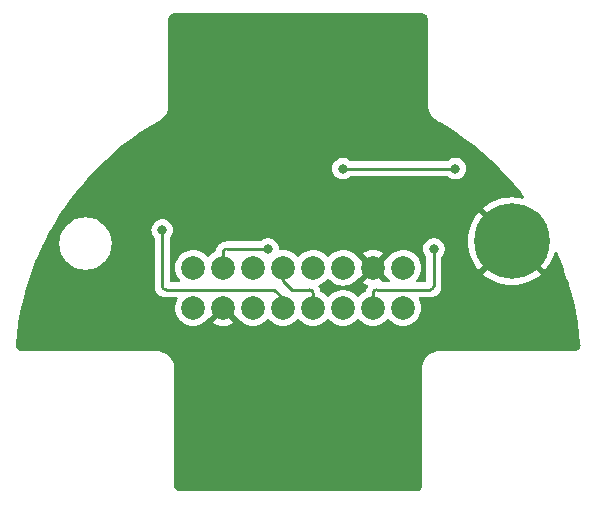
<source format=gbr>
%TF.GenerationSoftware,KiCad,Pcbnew,(6.0.9-0)*%
%TF.CreationDate,2023-01-01T03:06:46-08:00*%
%TF.ProjectId,trackball,74726163-6b62-4616-9c6c-2e6b69636164,v01*%
%TF.SameCoordinates,Original*%
%TF.FileFunction,Copper,L2,Bot*%
%TF.FilePolarity,Positive*%
%FSLAX46Y46*%
G04 Gerber Fmt 4.6, Leading zero omitted, Abs format (unit mm)*
G04 Created by KiCad (PCBNEW (6.0.9-0)) date 2023-01-01 03:06:46*
%MOMM*%
%LPD*%
G01*
G04 APERTURE LIST*
%TA.AperFunction,ComponentPad*%
%ADD10C,6.400000*%
%TD*%
%TA.AperFunction,ComponentPad*%
%ADD11C,2.000000*%
%TD*%
%TA.AperFunction,ViaPad*%
%ADD12C,0.800000*%
%TD*%
%TA.AperFunction,Conductor*%
%ADD13C,0.250000*%
%TD*%
G04 APERTURE END LIST*
D10*
%TO.P,H1,1,1*%
%TO.N,Net-(Q1-Pad2)*%
X162600000Y-141750000D03*
%TD*%
D11*
%TO.P,U2,1,RS*%
%TO.N,unconnected-(U2-Pad1)*%
X153390000Y-144000000D03*
%TO.P,U2,2,GD*%
%TO.N,Net-(Q1-Pad2)*%
X150850000Y-144000000D03*
%TO.P,U2,3,MT*%
%TO.N,unconnected-(U2-Pad3)*%
X148310000Y-144000000D03*
%TO.P,U2,4,SS*%
%TO.N,Net-(U1-Pad14)*%
X145770000Y-144000000D03*
%TO.P,U2,5,SC*%
%TO.N,Net-(U1-Pad13)*%
X143230000Y-144000000D03*
%TO.P,U2,6,MO*%
%TO.N,Net-(U1-Pad11)*%
X140690000Y-144000000D03*
%TO.P,U2,7,MI*%
%TO.N,Net-(U1-Pad12)*%
X138150000Y-144000000D03*
%TO.P,U2,8,VI*%
%TO.N,Net-(J1-Pad1)*%
X135610000Y-144000000D03*
%TD*%
%TO.P,U3,1,RS*%
%TO.N,unconnected-(U3-Pad1)*%
X135610000Y-147400000D03*
%TO.P,U3,2,GD*%
%TO.N,Net-(Q1-Pad2)*%
X138150000Y-147400000D03*
%TO.P,U3,3,MT*%
%TO.N,unconnected-(U3-Pad3)*%
X140690000Y-147400000D03*
%TO.P,U3,4,SS*%
%TO.N,Net-(U1-Pad7)*%
X143230000Y-147400000D03*
%TO.P,U3,5,SC*%
%TO.N,Net-(U1-Pad13)*%
X145770000Y-147400000D03*
%TO.P,U3,6,MO*%
%TO.N,Net-(U1-Pad11)*%
X148310000Y-147400000D03*
%TO.P,U3,7,MI*%
%TO.N,Net-(U1-Pad12)*%
X150850000Y-147400000D03*
%TO.P,U3,8,VI*%
%TO.N,Net-(J1-Pad1)*%
X153390000Y-147400000D03*
%TD*%
D12*
%TO.N,Net-(U1-Pad12)*%
X141950000Y-142400000D03*
X156000000Y-142400000D03*
%TO.N,Net-(U1-Pad7)*%
X133000000Y-140800000D03*
%TO.N,Net-(J3-Pad1)*%
X157800000Y-135600000D03*
X148300000Y-135600000D03*
%TD*%
D13*
%TO.N,Net-(U1-Pad13)*%
X145500000Y-145850000D02*
X143950000Y-145850000D01*
X143230000Y-145130000D02*
X143230000Y-144000000D01*
X143950000Y-145850000D02*
X143230000Y-145130000D01*
X145750000Y-146100000D02*
G75*
G03*
X145500000Y-145850000I-250000J0D01*
G01*
X145750000Y-146100000D02*
X145750000Y-147380000D01*
X145770000Y-147400000D02*
G75*
G02*
X145750000Y-147380000I0J20000D01*
G01*
%TO.N,Net-(U1-Pad12)*%
X150850000Y-146150000D02*
G75*
G02*
X151150000Y-145850000I300000J0D01*
G01*
X155700000Y-145850000D02*
X151150000Y-145850000D01*
X156000000Y-142400000D02*
X156000000Y-145550000D01*
X155700000Y-145850000D02*
G75*
G03*
X156000000Y-145550000I0J300000D01*
G01*
X150850000Y-146150000D02*
X150850000Y-147400000D01*
%TO.N,Net-(U1-Pad7)*%
X133300000Y-145850000D02*
G75*
G02*
X133000000Y-145550000I0J300000D01*
G01*
X133300000Y-145850000D02*
X142500000Y-145850000D01*
X142500000Y-145850000D02*
X143230000Y-146580000D01*
X133000000Y-140800000D02*
X133000000Y-145550000D01*
X143230000Y-146580000D02*
X143230000Y-147400000D01*
%TO.N,Net-(J3-Pad1)*%
X148300000Y-135600000D02*
X157800000Y-135600000D01*
%TO.N,Net-(U1-Pad12)*%
X138150000Y-142700000D02*
G75*
G02*
X138450000Y-142400000I300000J0D01*
G01*
X138150000Y-142700000D02*
X138150000Y-144000000D01*
X141950000Y-142400000D02*
X138450000Y-142400000D01*
%TD*%
%TA.AperFunction,Conductor*%
%TO.N,Net-(Q1-Pad2)*%
G36*
X154970018Y-122460000D02*
G01*
X154984852Y-122462310D01*
X154984855Y-122462310D01*
X154993724Y-122463691D01*
X155002626Y-122462527D01*
X155002750Y-122462511D01*
X155033192Y-122462240D01*
X155046070Y-122463691D01*
X155095264Y-122469234D01*
X155122771Y-122475513D01*
X155199853Y-122502485D01*
X155225274Y-122514727D01*
X155294426Y-122558178D01*
X155316485Y-122575770D01*
X155374230Y-122633515D01*
X155391822Y-122655574D01*
X155435273Y-122724726D01*
X155447515Y-122750147D01*
X155474487Y-122827228D01*
X155480766Y-122854734D01*
X155487019Y-122910227D01*
X155485980Y-122925853D01*
X155487801Y-122925875D01*
X155487691Y-122934854D01*
X155486310Y-122943724D01*
X155487474Y-122952626D01*
X155487474Y-122952628D01*
X155490437Y-122975283D01*
X155491501Y-122991621D01*
X155491501Y-130170639D01*
X155489754Y-130191546D01*
X155486425Y-130211331D01*
X155486272Y-130223883D01*
X155486962Y-130228698D01*
X155486962Y-130228705D01*
X155487819Y-130234688D01*
X155488732Y-130243036D01*
X155502577Y-130425832D01*
X155504540Y-130451755D01*
X155505611Y-130456394D01*
X155550303Y-130650052D01*
X155555928Y-130674427D01*
X155640272Y-130886816D01*
X155755647Y-131084077D01*
X155899421Y-131261707D01*
X155902947Y-131264921D01*
X155902948Y-131264922D01*
X156064785Y-131412439D01*
X156064792Y-131412444D01*
X156068312Y-131415653D01*
X156227003Y-131521430D01*
X156236241Y-131528215D01*
X156243325Y-131533932D01*
X156243328Y-131533934D01*
X156247110Y-131536986D01*
X156252309Y-131539994D01*
X156252525Y-131540164D01*
X156252781Y-131540267D01*
X156257975Y-131543272D01*
X156262504Y-131545029D01*
X156262506Y-131545030D01*
X156265406Y-131546155D01*
X156278713Y-131551317D01*
X156297030Y-131560189D01*
X156488552Y-131672886D01*
X157067030Y-132013281D01*
X157071227Y-132015862D01*
X157856495Y-132520278D01*
X157860588Y-132523022D01*
X158625498Y-133057732D01*
X158629481Y-133060633D01*
X159372934Y-133624868D01*
X159376800Y-133627923D01*
X160097607Y-134220781D01*
X160101351Y-134223985D01*
X160798441Y-134844586D01*
X160802056Y-134847934D01*
X161474330Y-135495299D01*
X161477812Y-135498786D01*
X161581315Y-135606565D01*
X162095365Y-136141852D01*
X162124261Y-136171942D01*
X162127594Y-136175551D01*
X162318982Y-136391118D01*
X162747244Y-136873484D01*
X162750443Y-136877232D01*
X163342331Y-137598862D01*
X163345380Y-137602732D01*
X163455582Y-137748348D01*
X163606235Y-137947415D01*
X163631393Y-138013802D01*
X163616665Y-138083254D01*
X163566727Y-138133719D01*
X163497433Y-138149173D01*
X163473152Y-138145156D01*
X163375184Y-138118906D01*
X163368734Y-138117535D01*
X162991371Y-138057766D01*
X162984833Y-138057080D01*
X162603301Y-138037084D01*
X162596699Y-138037084D01*
X162215167Y-138057080D01*
X162208629Y-138057766D01*
X161831266Y-138117535D01*
X161824816Y-138118906D01*
X161455784Y-138217788D01*
X161449502Y-138219829D01*
X161092836Y-138356740D01*
X161086811Y-138359422D01*
X160746397Y-138532872D01*
X160740687Y-138536169D01*
X160420265Y-138744253D01*
X160414939Y-138748123D01*
X160176165Y-138941478D01*
X160167700Y-138953733D01*
X160174034Y-138964824D01*
X165384310Y-144175100D01*
X165397386Y-144182241D01*
X165407753Y-144174784D01*
X165601877Y-143935061D01*
X165605747Y-143929735D01*
X165813831Y-143609313D01*
X165817128Y-143603603D01*
X165990578Y-143263189D01*
X165993260Y-143257164D01*
X166130171Y-142900498D01*
X166132212Y-142894216D01*
X166179362Y-142718251D01*
X166216314Y-142657628D01*
X166280174Y-142626607D01*
X166350669Y-142635035D01*
X166405416Y-142680238D01*
X166416466Y-142700270D01*
X166655765Y-143246097D01*
X166657637Y-143250605D01*
X166985772Y-144086502D01*
X166998685Y-144119397D01*
X167000392Y-144124009D01*
X167039621Y-144236711D01*
X167307193Y-145005424D01*
X167308722Y-145010108D01*
X167327760Y-145072568D01*
X167556954Y-145824523D01*
X167580837Y-145902881D01*
X167582177Y-145907609D01*
X167693079Y-146330031D01*
X167819171Y-146810316D01*
X167820329Y-146815105D01*
X168021852Y-147726414D01*
X168022821Y-147731245D01*
X168188552Y-148649700D01*
X168189332Y-148654564D01*
X168319024Y-149578785D01*
X168319024Y-149578787D01*
X168319612Y-149583662D01*
X168406534Y-150447319D01*
X168408696Y-150468803D01*
X168408987Y-150490694D01*
X168407641Y-150508919D01*
X168409519Y-150517696D01*
X168409831Y-150522240D01*
X168412081Y-150548088D01*
X168409572Y-150615448D01*
X168409572Y-150615451D01*
X168404988Y-150644749D01*
X168400914Y-150659293D01*
X168381833Y-150727402D01*
X168370526Y-150754821D01*
X168328695Y-150829765D01*
X168311294Y-150853780D01*
X168253099Y-150916877D01*
X168230570Y-150936156D01*
X168159260Y-150983886D01*
X168159241Y-150983899D01*
X168132824Y-150997381D01*
X168052310Y-151027129D01*
X168023474Y-151034062D01*
X167962243Y-151041320D01*
X167945876Y-151042187D01*
X167938564Y-151042098D01*
X167929688Y-151040716D01*
X167906620Y-151043733D01*
X167898132Y-151044843D01*
X167881792Y-151045907D01*
X156553252Y-151045907D01*
X156532347Y-151044161D01*
X156517346Y-151041637D01*
X156517343Y-151041637D01*
X156512554Y-151040831D01*
X156506315Y-151040755D01*
X156504862Y-151040737D01*
X156504859Y-151040737D01*
X156500002Y-151040678D01*
X156485296Y-151042784D01*
X156476443Y-151043733D01*
X156289258Y-151057121D01*
X156284770Y-151057442D01*
X156201960Y-151075456D01*
X156078310Y-151102354D01*
X156078307Y-151102355D01*
X156073921Y-151103309D01*
X156069719Y-151104876D01*
X156069713Y-151104878D01*
X155875957Y-151177146D01*
X155871745Y-151178717D01*
X155682358Y-151282130D01*
X155509617Y-151411443D01*
X155357037Y-151564024D01*
X155227725Y-151736766D01*
X155124313Y-151926153D01*
X155122744Y-151930359D01*
X155122742Y-151930364D01*
X155050480Y-152124110D01*
X155050478Y-152124117D01*
X155048907Y-152128329D01*
X155047952Y-152132719D01*
X155047950Y-152132726D01*
X155022884Y-152247957D01*
X155003040Y-152339179D01*
X155002719Y-152343666D01*
X155002719Y-152343667D01*
X154990543Y-152513936D01*
X154989117Y-152525856D01*
X154987232Y-152537059D01*
X154987231Y-152537066D01*
X154986425Y-152541859D01*
X154986272Y-152554411D01*
X154986962Y-152559227D01*
X154990228Y-152582033D01*
X154991501Y-152599896D01*
X154991501Y-162400633D01*
X154990001Y-162420018D01*
X154986310Y-162443724D01*
X154987474Y-162452626D01*
X154987490Y-162452750D01*
X154987761Y-162483193D01*
X154980767Y-162545264D01*
X154974489Y-162572768D01*
X154947514Y-162649859D01*
X154935274Y-162675275D01*
X154891823Y-162744427D01*
X154874231Y-162766486D01*
X154816486Y-162824231D01*
X154794427Y-162841823D01*
X154725275Y-162885274D01*
X154699854Y-162897516D01*
X154622772Y-162924488D01*
X154595266Y-162930767D01*
X154579408Y-162932554D01*
X154539780Y-162937019D01*
X154524138Y-162936605D01*
X154524123Y-162937800D01*
X154515147Y-162937690D01*
X154506276Y-162936309D01*
X154497374Y-162937473D01*
X154497372Y-162937473D01*
X154482323Y-162939441D01*
X154474714Y-162940436D01*
X154458379Y-162941500D01*
X134549367Y-162941500D01*
X134529982Y-162940000D01*
X134515149Y-162937690D01*
X134515145Y-162937690D01*
X134506276Y-162936309D01*
X134497374Y-162937473D01*
X134497369Y-162937473D01*
X134497250Y-162937489D01*
X134466813Y-162937760D01*
X134404737Y-162930766D01*
X134377229Y-162924487D01*
X134300147Y-162897515D01*
X134274726Y-162885273D01*
X134205574Y-162841822D01*
X134183515Y-162824230D01*
X134125770Y-162766485D01*
X134108178Y-162744426D01*
X134064727Y-162675274D01*
X134052485Y-162649853D01*
X134025513Y-162572771D01*
X134019235Y-162545266D01*
X134013171Y-162491456D01*
X134012889Y-162466639D01*
X134013577Y-162462552D01*
X134013730Y-162450000D01*
X134009774Y-162422376D01*
X134008501Y-162404514D01*
X134008501Y-152607660D01*
X134010247Y-152586754D01*
X134011042Y-152582033D01*
X134013577Y-152566963D01*
X134013730Y-152554411D01*
X134011597Y-152539515D01*
X134010647Y-152530655D01*
X133997275Y-152343669D01*
X133997275Y-152343667D01*
X133996954Y-152339180D01*
X133951088Y-152128331D01*
X133875682Y-151926156D01*
X133772270Y-151736770D01*
X133642959Y-151564029D01*
X133490380Y-151411449D01*
X133317640Y-151282136D01*
X133128255Y-151178723D01*
X132926080Y-151103316D01*
X132921685Y-151102360D01*
X132921682Y-151102359D01*
X132719632Y-151058405D01*
X132719630Y-151058405D01*
X132715232Y-151057448D01*
X132540467Y-151044948D01*
X132528556Y-151043523D01*
X132517354Y-151041638D01*
X132517347Y-151041637D01*
X132512554Y-151040831D01*
X132506278Y-151040755D01*
X132504862Y-151040737D01*
X132504859Y-151040737D01*
X132500002Y-151040678D01*
X132480890Y-151043415D01*
X132472378Y-151044634D01*
X132454516Y-151045907D01*
X121125948Y-151045907D01*
X121106560Y-151044406D01*
X121091740Y-151042098D01*
X121091739Y-151042098D01*
X121082865Y-151040716D01*
X121073964Y-151041880D01*
X121069412Y-151041824D01*
X121043460Y-151041980D01*
X121018231Y-151038989D01*
X120976529Y-151034046D01*
X120947694Y-151027113D01*
X120867183Y-150997366D01*
X120840771Y-150983888D01*
X120769441Y-150936144D01*
X120746911Y-150916863D01*
X120688719Y-150853771D01*
X120671322Y-150829763D01*
X120629485Y-150754809D01*
X120618182Y-150727397D01*
X120595027Y-150644745D01*
X120590444Y-150615448D01*
X120588141Y-150553606D01*
X120588598Y-150537220D01*
X120589256Y-150530164D01*
X120591348Y-150521435D01*
X120590057Y-150495258D01*
X120590537Y-150476436D01*
X120591762Y-150464266D01*
X120680389Y-149583661D01*
X120680977Y-149578785D01*
X120784774Y-148839105D01*
X120810670Y-148654556D01*
X120811449Y-148649700D01*
X120977181Y-147731245D01*
X120978150Y-147726414D01*
X121179673Y-146815105D01*
X121180831Y-146810316D01*
X121352551Y-146156231D01*
X121417824Y-145907609D01*
X121419164Y-145902881D01*
X121443048Y-145824523D01*
X121628372Y-145216500D01*
X121691280Y-145010108D01*
X121692809Y-145005424D01*
X121962098Y-144231777D01*
X121999609Y-144124009D01*
X122001316Y-144119397D01*
X122046251Y-144004930D01*
X122342357Y-143250622D01*
X122344245Y-143246075D01*
X122392558Y-143135877D01*
X122718991Y-142391305D01*
X122721051Y-142386845D01*
X122722038Y-142384815D01*
X122933303Y-141950004D01*
X124286762Y-141950004D01*
X124287032Y-141954123D01*
X124303397Y-142203794D01*
X124305697Y-142238890D01*
X124306501Y-142242930D01*
X124306501Y-142242933D01*
X124361361Y-142518734D01*
X124362176Y-142522832D01*
X124363502Y-142526738D01*
X124363503Y-142526742D01*
X124449375Y-142779710D01*
X124455235Y-142796974D01*
X124457056Y-142800667D01*
X124457057Y-142800669D01*
X124519270Y-142926823D01*
X124583280Y-143056623D01*
X124744120Y-143297339D01*
X124746832Y-143300431D01*
X124746837Y-143300438D01*
X124932168Y-143511765D01*
X124935005Y-143515000D01*
X124938094Y-143517709D01*
X125149566Y-143703167D01*
X125149572Y-143703172D01*
X125152666Y-143705885D01*
X125393381Y-143866725D01*
X125397080Y-143868549D01*
X125397085Y-143868552D01*
X125637656Y-143987188D01*
X125653031Y-143994770D01*
X125656929Y-143996093D01*
X125656931Y-143996094D01*
X125923263Y-144086502D01*
X125923267Y-144086503D01*
X125927173Y-144087829D01*
X125931217Y-144088633D01*
X125931223Y-144088635D01*
X126207072Y-144143504D01*
X126207075Y-144143504D01*
X126211115Y-144144308D01*
X126215226Y-144144577D01*
X126215230Y-144144578D01*
X126495882Y-144162973D01*
X126500001Y-144163243D01*
X126504120Y-144162973D01*
X126784772Y-144144578D01*
X126784776Y-144144577D01*
X126788887Y-144144308D01*
X126792927Y-144143504D01*
X126792930Y-144143504D01*
X127068779Y-144088635D01*
X127068785Y-144088633D01*
X127072829Y-144087829D01*
X127076735Y-144086503D01*
X127076739Y-144086502D01*
X127343071Y-143996094D01*
X127343073Y-143996093D01*
X127346971Y-143994770D01*
X127362346Y-143987188D01*
X127602917Y-143868552D01*
X127602922Y-143868549D01*
X127606621Y-143866725D01*
X127847336Y-143705885D01*
X127850430Y-143703172D01*
X127850436Y-143703167D01*
X128061908Y-143517709D01*
X128064997Y-143515000D01*
X128067834Y-143511765D01*
X128253165Y-143300438D01*
X128253170Y-143300431D01*
X128255882Y-143297339D01*
X128416722Y-143056623D01*
X128480732Y-142926823D01*
X128542945Y-142800669D01*
X128542946Y-142800667D01*
X128544767Y-142796974D01*
X128550627Y-142779710D01*
X128636499Y-142526742D01*
X128636500Y-142526738D01*
X128637826Y-142522832D01*
X128638642Y-142518734D01*
X128693501Y-142242933D01*
X128693501Y-142242930D01*
X128694305Y-142238890D01*
X128696606Y-142203794D01*
X128712970Y-141954123D01*
X128713240Y-141950004D01*
X128701212Y-141766500D01*
X128694575Y-141665233D01*
X128694574Y-141665229D01*
X128694305Y-141661118D01*
X128683381Y-141606197D01*
X128638632Y-141381226D01*
X128638630Y-141381220D01*
X128637826Y-141377176D01*
X128633750Y-141365167D01*
X128546091Y-141106934D01*
X128546090Y-141106932D01*
X128544767Y-141103034D01*
X128416722Y-140843385D01*
X128387733Y-140800000D01*
X132086496Y-140800000D01*
X132087186Y-140806565D01*
X132105548Y-140981266D01*
X132106458Y-140989928D01*
X132165473Y-141171556D01*
X132260960Y-141336944D01*
X132334137Y-141418215D01*
X132364853Y-141482221D01*
X132366500Y-141502524D01*
X132366500Y-145499982D01*
X132365422Y-145516428D01*
X132362923Y-145535411D01*
X132361882Y-145543317D01*
X132363976Y-145562278D01*
X132364257Y-145565116D01*
X132377170Y-145712720D01*
X132419446Y-145870495D01*
X132421769Y-145875476D01*
X132421769Y-145875477D01*
X132486151Y-146013546D01*
X132486154Y-146013551D01*
X132488477Y-146018533D01*
X132582166Y-146152334D01*
X132697666Y-146267834D01*
X132831467Y-146361523D01*
X132836449Y-146363846D01*
X132836454Y-146363849D01*
X132974523Y-146428231D01*
X132979505Y-146430554D01*
X132984813Y-146431976D01*
X132984815Y-146431977D01*
X133039434Y-146446612D01*
X133137280Y-146472830D01*
X133155706Y-146474442D01*
X133189351Y-146477386D01*
X133209699Y-146480863D01*
X133212291Y-146481529D01*
X133212295Y-146481530D01*
X133219970Y-146483500D01*
X133246005Y-146483500D01*
X133263755Y-146484757D01*
X133286636Y-146488013D01*
X133293679Y-146488087D01*
X133295880Y-146488110D01*
X133295882Y-146488110D01*
X133300000Y-146488153D01*
X133304090Y-146487658D01*
X133304091Y-146487658D01*
X133311747Y-146486731D01*
X133330907Y-146484413D01*
X133346042Y-146483500D01*
X134177431Y-146483500D01*
X134245552Y-146503502D01*
X134292045Y-146557158D01*
X134302149Y-146627432D01*
X134284863Y-146675335D01*
X134264351Y-146708807D01*
X134264345Y-146708818D01*
X134261760Y-146713037D01*
X134259867Y-146717607D01*
X134259865Y-146717611D01*
X134219482Y-146815105D01*
X134170895Y-146932406D01*
X134169740Y-146937218D01*
X134123485Y-147129885D01*
X134115465Y-147163289D01*
X134096835Y-147400000D01*
X134115465Y-147636711D01*
X134116619Y-147641518D01*
X134116620Y-147641524D01*
X134146122Y-147764408D01*
X134170895Y-147867594D01*
X134261760Y-148086963D01*
X134264346Y-148091183D01*
X134383241Y-148285202D01*
X134383245Y-148285208D01*
X134385824Y-148289416D01*
X134540031Y-148469969D01*
X134543787Y-148473177D01*
X134564618Y-148490968D01*
X134720584Y-148624176D01*
X134724792Y-148626755D01*
X134724798Y-148626759D01*
X134918084Y-148745205D01*
X134923037Y-148748240D01*
X134927607Y-148750133D01*
X134927611Y-148750135D01*
X135137833Y-148837211D01*
X135142406Y-148839105D01*
X135222609Y-148858360D01*
X135368476Y-148893380D01*
X135368482Y-148893381D01*
X135373289Y-148894535D01*
X135610000Y-148913165D01*
X135846711Y-148894535D01*
X135851518Y-148893381D01*
X135851524Y-148893380D01*
X135997391Y-148858360D01*
X136077594Y-148839105D01*
X136082167Y-148837211D01*
X136292389Y-148750135D01*
X136292393Y-148750133D01*
X136296963Y-148748240D01*
X136301916Y-148745205D01*
X136485556Y-148632670D01*
X137282160Y-148632670D01*
X137287887Y-148640320D01*
X137459042Y-148745205D01*
X137467837Y-148749687D01*
X137677988Y-148836734D01*
X137687373Y-148839783D01*
X137908554Y-148892885D01*
X137918301Y-148894428D01*
X138145070Y-148912275D01*
X138154930Y-148912275D01*
X138381699Y-148894428D01*
X138391446Y-148892885D01*
X138612627Y-148839783D01*
X138622012Y-148836734D01*
X138832163Y-148749687D01*
X138840958Y-148745205D01*
X139008445Y-148642568D01*
X139017907Y-148632110D01*
X139014124Y-148623334D01*
X138162812Y-147772022D01*
X138148868Y-147764408D01*
X138147035Y-147764539D01*
X138140420Y-147768790D01*
X137288920Y-148620290D01*
X137282160Y-148632670D01*
X136485556Y-148632670D01*
X136495202Y-148626759D01*
X136495208Y-148626755D01*
X136499416Y-148624176D01*
X136655382Y-148490968D01*
X136676213Y-148473177D01*
X136679969Y-148469969D01*
X136683177Y-148466213D01*
X136683182Y-148466208D01*
X136813706Y-148313384D01*
X136873156Y-148274574D01*
X136907558Y-148272360D01*
X136926667Y-148264123D01*
X138060905Y-147129885D01*
X138123217Y-147095859D01*
X138194032Y-147100924D01*
X138239095Y-147129885D01*
X139370290Y-148261080D01*
X139387102Y-148270260D01*
X139450350Y-148284020D01*
X139485775Y-148312776D01*
X139616819Y-148466208D01*
X139620031Y-148469969D01*
X139623787Y-148473177D01*
X139644618Y-148490968D01*
X139800584Y-148624176D01*
X139804792Y-148626755D01*
X139804798Y-148626759D01*
X139998084Y-148745205D01*
X140003037Y-148748240D01*
X140007607Y-148750133D01*
X140007611Y-148750135D01*
X140217833Y-148837211D01*
X140222406Y-148839105D01*
X140302609Y-148858360D01*
X140448476Y-148893380D01*
X140448482Y-148893381D01*
X140453289Y-148894535D01*
X140690000Y-148913165D01*
X140926711Y-148894535D01*
X140931518Y-148893381D01*
X140931524Y-148893380D01*
X141077391Y-148858360D01*
X141157594Y-148839105D01*
X141162167Y-148837211D01*
X141372389Y-148750135D01*
X141372393Y-148750133D01*
X141376963Y-148748240D01*
X141381916Y-148745205D01*
X141575202Y-148626759D01*
X141575208Y-148626755D01*
X141579416Y-148624176D01*
X141735382Y-148490968D01*
X141756213Y-148473177D01*
X141759969Y-148469969D01*
X141763177Y-148466213D01*
X141763182Y-148466208D01*
X141864189Y-148347944D01*
X141923639Y-148309134D01*
X141994634Y-148308628D01*
X142055811Y-148347944D01*
X142156818Y-148466208D01*
X142156823Y-148466213D01*
X142160031Y-148469969D01*
X142163787Y-148473177D01*
X142184618Y-148490968D01*
X142340584Y-148624176D01*
X142344792Y-148626755D01*
X142344798Y-148626759D01*
X142538084Y-148745205D01*
X142543037Y-148748240D01*
X142547607Y-148750133D01*
X142547611Y-148750135D01*
X142757833Y-148837211D01*
X142762406Y-148839105D01*
X142842609Y-148858360D01*
X142988476Y-148893380D01*
X142988482Y-148893381D01*
X142993289Y-148894535D01*
X143230000Y-148913165D01*
X143466711Y-148894535D01*
X143471518Y-148893381D01*
X143471524Y-148893380D01*
X143617391Y-148858360D01*
X143697594Y-148839105D01*
X143702167Y-148837211D01*
X143912389Y-148750135D01*
X143912393Y-148750133D01*
X143916963Y-148748240D01*
X143921916Y-148745205D01*
X144115202Y-148626759D01*
X144115208Y-148626755D01*
X144119416Y-148624176D01*
X144275382Y-148490968D01*
X144296213Y-148473177D01*
X144299969Y-148469969D01*
X144303177Y-148466213D01*
X144303182Y-148466208D01*
X144404189Y-148347944D01*
X144463639Y-148309134D01*
X144534634Y-148308628D01*
X144595811Y-148347944D01*
X144696818Y-148466208D01*
X144696823Y-148466213D01*
X144700031Y-148469969D01*
X144703787Y-148473177D01*
X144724618Y-148490968D01*
X144880584Y-148624176D01*
X144884792Y-148626755D01*
X144884798Y-148626759D01*
X145078084Y-148745205D01*
X145083037Y-148748240D01*
X145087607Y-148750133D01*
X145087611Y-148750135D01*
X145297833Y-148837211D01*
X145302406Y-148839105D01*
X145382609Y-148858360D01*
X145528476Y-148893380D01*
X145528482Y-148893381D01*
X145533289Y-148894535D01*
X145770000Y-148913165D01*
X146006711Y-148894535D01*
X146011518Y-148893381D01*
X146011524Y-148893380D01*
X146157391Y-148858360D01*
X146237594Y-148839105D01*
X146242167Y-148837211D01*
X146452389Y-148750135D01*
X146452393Y-148750133D01*
X146456963Y-148748240D01*
X146461916Y-148745205D01*
X146655202Y-148626759D01*
X146655208Y-148626755D01*
X146659416Y-148624176D01*
X146815382Y-148490968D01*
X146836213Y-148473177D01*
X146839969Y-148469969D01*
X146843177Y-148466213D01*
X146843182Y-148466208D01*
X146944189Y-148347944D01*
X147003639Y-148309134D01*
X147074634Y-148308628D01*
X147135811Y-148347944D01*
X147236818Y-148466208D01*
X147236823Y-148466213D01*
X147240031Y-148469969D01*
X147243787Y-148473177D01*
X147264618Y-148490968D01*
X147420584Y-148624176D01*
X147424792Y-148626755D01*
X147424798Y-148626759D01*
X147618084Y-148745205D01*
X147623037Y-148748240D01*
X147627607Y-148750133D01*
X147627611Y-148750135D01*
X147837833Y-148837211D01*
X147842406Y-148839105D01*
X147922609Y-148858360D01*
X148068476Y-148893380D01*
X148068482Y-148893381D01*
X148073289Y-148894535D01*
X148310000Y-148913165D01*
X148546711Y-148894535D01*
X148551518Y-148893381D01*
X148551524Y-148893380D01*
X148697391Y-148858360D01*
X148777594Y-148839105D01*
X148782167Y-148837211D01*
X148992389Y-148750135D01*
X148992393Y-148750133D01*
X148996963Y-148748240D01*
X149001916Y-148745205D01*
X149195202Y-148626759D01*
X149195208Y-148626755D01*
X149199416Y-148624176D01*
X149355382Y-148490968D01*
X149376213Y-148473177D01*
X149379969Y-148469969D01*
X149383177Y-148466213D01*
X149383182Y-148466208D01*
X149484189Y-148347944D01*
X149543639Y-148309134D01*
X149614634Y-148308628D01*
X149675811Y-148347944D01*
X149776818Y-148466208D01*
X149776823Y-148466213D01*
X149780031Y-148469969D01*
X149783787Y-148473177D01*
X149804618Y-148490968D01*
X149960584Y-148624176D01*
X149964792Y-148626755D01*
X149964798Y-148626759D01*
X150158084Y-148745205D01*
X150163037Y-148748240D01*
X150167607Y-148750133D01*
X150167611Y-148750135D01*
X150377833Y-148837211D01*
X150382406Y-148839105D01*
X150462609Y-148858360D01*
X150608476Y-148893380D01*
X150608482Y-148893381D01*
X150613289Y-148894535D01*
X150850000Y-148913165D01*
X151086711Y-148894535D01*
X151091518Y-148893381D01*
X151091524Y-148893380D01*
X151237391Y-148858360D01*
X151317594Y-148839105D01*
X151322167Y-148837211D01*
X151532389Y-148750135D01*
X151532393Y-148750133D01*
X151536963Y-148748240D01*
X151541916Y-148745205D01*
X151735202Y-148626759D01*
X151735208Y-148626755D01*
X151739416Y-148624176D01*
X151895382Y-148490968D01*
X151916213Y-148473177D01*
X151919969Y-148469969D01*
X151923177Y-148466213D01*
X151923182Y-148466208D01*
X152024189Y-148347944D01*
X152083639Y-148309134D01*
X152154634Y-148308628D01*
X152215811Y-148347944D01*
X152316818Y-148466208D01*
X152316823Y-148466213D01*
X152320031Y-148469969D01*
X152323787Y-148473177D01*
X152344618Y-148490968D01*
X152500584Y-148624176D01*
X152504792Y-148626755D01*
X152504798Y-148626759D01*
X152698084Y-148745205D01*
X152703037Y-148748240D01*
X152707607Y-148750133D01*
X152707611Y-148750135D01*
X152917833Y-148837211D01*
X152922406Y-148839105D01*
X153002609Y-148858360D01*
X153148476Y-148893380D01*
X153148482Y-148893381D01*
X153153289Y-148894535D01*
X153390000Y-148913165D01*
X153626711Y-148894535D01*
X153631518Y-148893381D01*
X153631524Y-148893380D01*
X153777391Y-148858360D01*
X153857594Y-148839105D01*
X153862167Y-148837211D01*
X154072389Y-148750135D01*
X154072393Y-148750133D01*
X154076963Y-148748240D01*
X154081916Y-148745205D01*
X154275202Y-148626759D01*
X154275208Y-148626755D01*
X154279416Y-148624176D01*
X154435382Y-148490968D01*
X154456213Y-148473177D01*
X154459969Y-148469969D01*
X154614176Y-148289416D01*
X154616755Y-148285208D01*
X154616759Y-148285202D01*
X154735654Y-148091183D01*
X154738240Y-148086963D01*
X154829105Y-147867594D01*
X154853878Y-147764408D01*
X154883380Y-147641524D01*
X154883381Y-147641518D01*
X154884535Y-147636711D01*
X154903165Y-147400000D01*
X154884535Y-147163289D01*
X154876516Y-147129885D01*
X154830260Y-146937218D01*
X154829105Y-146932406D01*
X154780518Y-146815105D01*
X154740135Y-146717611D01*
X154740133Y-146717607D01*
X154738240Y-146713037D01*
X154735655Y-146708818D01*
X154735649Y-146708807D01*
X154715137Y-146675335D01*
X154696598Y-146606802D01*
X154718054Y-146539125D01*
X154772693Y-146493792D01*
X154822569Y-146483500D01*
X155646005Y-146483500D01*
X155663759Y-146484757D01*
X155686636Y-146488013D01*
X155693191Y-146488082D01*
X155695874Y-146488110D01*
X155695877Y-146488110D01*
X155700000Y-146488153D01*
X155704089Y-146487658D01*
X155704093Y-146487658D01*
X155730373Y-146484478D01*
X155734526Y-146484046D01*
X155777248Y-146480308D01*
X155862720Y-146472830D01*
X155960566Y-146446612D01*
X156015185Y-146431977D01*
X156015187Y-146431976D01*
X156020495Y-146430554D01*
X156025477Y-146428231D01*
X156163546Y-146363849D01*
X156163551Y-146363846D01*
X156168533Y-146361523D01*
X156302334Y-146267834D01*
X156417834Y-146152334D01*
X156511523Y-146018533D01*
X156513846Y-146013551D01*
X156513849Y-146013546D01*
X156578231Y-145875477D01*
X156578231Y-145875476D01*
X156580554Y-145870495D01*
X156622830Y-145712720D01*
X156627386Y-145660649D01*
X156630863Y-145640301D01*
X156631529Y-145637709D01*
X156631530Y-145637705D01*
X156633500Y-145630030D01*
X156633500Y-145603995D01*
X156634757Y-145586242D01*
X156637432Y-145567447D01*
X156637432Y-145567446D01*
X156638013Y-145563364D01*
X156638153Y-145550000D01*
X156634413Y-145519093D01*
X156633500Y-145503958D01*
X156633500Y-144547386D01*
X160167759Y-144547386D01*
X160175216Y-144557753D01*
X160414935Y-144751874D01*
X160420272Y-144755751D01*
X160740685Y-144963830D01*
X160746394Y-144967127D01*
X161086811Y-145140578D01*
X161092836Y-145143260D01*
X161449502Y-145280171D01*
X161455784Y-145282212D01*
X161824816Y-145381094D01*
X161831266Y-145382465D01*
X162208629Y-145442234D01*
X162215167Y-145442920D01*
X162596699Y-145462916D01*
X162603301Y-145462916D01*
X162984833Y-145442920D01*
X162991371Y-145442234D01*
X163368734Y-145382465D01*
X163375184Y-145381094D01*
X163744216Y-145282212D01*
X163750498Y-145280171D01*
X164107164Y-145143260D01*
X164113189Y-145140578D01*
X164453606Y-144967127D01*
X164459315Y-144963830D01*
X164779728Y-144755751D01*
X164785065Y-144751874D01*
X165023835Y-144558522D01*
X165032300Y-144546267D01*
X165025966Y-144535176D01*
X162612812Y-142122022D01*
X162598868Y-142114408D01*
X162597035Y-142114539D01*
X162590420Y-142118790D01*
X160174900Y-144534310D01*
X160167759Y-144547386D01*
X156633500Y-144547386D01*
X156633500Y-143102524D01*
X156653502Y-143034403D01*
X156665858Y-143018221D01*
X156739040Y-142936944D01*
X156834527Y-142771556D01*
X156893542Y-142589928D01*
X156896395Y-142562789D01*
X156912814Y-142406565D01*
X156913504Y-142400000D01*
X156896315Y-142236454D01*
X156894232Y-142216635D01*
X156894232Y-142216633D01*
X156893542Y-142210072D01*
X156834527Y-142028444D01*
X156805985Y-141979007D01*
X156771232Y-141918814D01*
X156739040Y-141863056D01*
X156699774Y-141819446D01*
X156640217Y-141753301D01*
X158887084Y-141753301D01*
X158907080Y-142134833D01*
X158907766Y-142141371D01*
X158967535Y-142518734D01*
X158968906Y-142525184D01*
X159067788Y-142894216D01*
X159069829Y-142900498D01*
X159206740Y-143257164D01*
X159209422Y-143263189D01*
X159382872Y-143603603D01*
X159386169Y-143609313D01*
X159594253Y-143929735D01*
X159598123Y-143935061D01*
X159791478Y-144173835D01*
X159803733Y-144182300D01*
X159814824Y-144175966D01*
X162227978Y-141762812D01*
X162235592Y-141748868D01*
X162235461Y-141747035D01*
X162231210Y-141740420D01*
X159815690Y-139324900D01*
X159802614Y-139317759D01*
X159792247Y-139325216D01*
X159598123Y-139564939D01*
X159594253Y-139570265D01*
X159386169Y-139890687D01*
X159382872Y-139896397D01*
X159209422Y-140236811D01*
X159206740Y-140242836D01*
X159069829Y-140599502D01*
X159067788Y-140605784D01*
X158968906Y-140974816D01*
X158967535Y-140981266D01*
X158907766Y-141358629D01*
X158907080Y-141365167D01*
X158887084Y-141746699D01*
X158887084Y-141753301D01*
X156640217Y-141753301D01*
X156615675Y-141726045D01*
X156615674Y-141726044D01*
X156611253Y-141721134D01*
X156456752Y-141608882D01*
X156450724Y-141606198D01*
X156450722Y-141606197D01*
X156288319Y-141533891D01*
X156288318Y-141533891D01*
X156282288Y-141531206D01*
X156188888Y-141511353D01*
X156101944Y-141492872D01*
X156101939Y-141492872D01*
X156095487Y-141491500D01*
X155904513Y-141491500D01*
X155898061Y-141492872D01*
X155898056Y-141492872D01*
X155811112Y-141511353D01*
X155717712Y-141531206D01*
X155711682Y-141533891D01*
X155711681Y-141533891D01*
X155549278Y-141606197D01*
X155549276Y-141606198D01*
X155543248Y-141608882D01*
X155388747Y-141721134D01*
X155384326Y-141726044D01*
X155384325Y-141726045D01*
X155300227Y-141819446D01*
X155260960Y-141863056D01*
X155228768Y-141918814D01*
X155194016Y-141979007D01*
X155165473Y-142028444D01*
X155106458Y-142210072D01*
X155105768Y-142216633D01*
X155105768Y-142216635D01*
X155103685Y-142236454D01*
X155086496Y-142400000D01*
X155087186Y-142406565D01*
X155103606Y-142562789D01*
X155106458Y-142589928D01*
X155165473Y-142771556D01*
X155260960Y-142936944D01*
X155334137Y-143018215D01*
X155364853Y-143082221D01*
X155366500Y-143102524D01*
X155366500Y-145090500D01*
X155346498Y-145158621D01*
X155292842Y-145205114D01*
X155240500Y-145216500D01*
X154608135Y-145216500D01*
X154540014Y-145196498D01*
X154493521Y-145142842D01*
X154483417Y-145072568D01*
X154512324Y-145008669D01*
X154513096Y-145007765D01*
X154614176Y-144889416D01*
X154616755Y-144885208D01*
X154616759Y-144885202D01*
X154735654Y-144691183D01*
X154738240Y-144686963D01*
X154796055Y-144547386D01*
X154827211Y-144472167D01*
X154827212Y-144472165D01*
X154829105Y-144467594D01*
X154884535Y-144236711D01*
X154903165Y-144000000D01*
X154884535Y-143763289D01*
X154829105Y-143532406D01*
X154827211Y-143527833D01*
X154740135Y-143317611D01*
X154740133Y-143317607D01*
X154738240Y-143313037D01*
X154704001Y-143257164D01*
X154616759Y-143114798D01*
X154616755Y-143114792D01*
X154614176Y-143110584D01*
X154459969Y-142930031D01*
X154279416Y-142775824D01*
X154275208Y-142773245D01*
X154275202Y-142773241D01*
X154081183Y-142654346D01*
X154076963Y-142651760D01*
X154072393Y-142649867D01*
X154072389Y-142649865D01*
X153862167Y-142562789D01*
X153862165Y-142562788D01*
X153857594Y-142560895D01*
X153771226Y-142540160D01*
X153631524Y-142506620D01*
X153631518Y-142506619D01*
X153626711Y-142505465D01*
X153390000Y-142486835D01*
X153153289Y-142505465D01*
X153148482Y-142506619D01*
X153148476Y-142506620D01*
X153008774Y-142540160D01*
X152922406Y-142560895D01*
X152917835Y-142562788D01*
X152917833Y-142562789D01*
X152707611Y-142649865D01*
X152707607Y-142649867D01*
X152703037Y-142651760D01*
X152698817Y-142654346D01*
X152504798Y-142773241D01*
X152504792Y-142773245D01*
X152500584Y-142775824D01*
X152320031Y-142930031D01*
X152316823Y-142933787D01*
X152316818Y-142933792D01*
X152186294Y-143086616D01*
X152126844Y-143125426D01*
X152092442Y-143127640D01*
X152073333Y-143135877D01*
X151222022Y-143987188D01*
X151214408Y-144001132D01*
X151214539Y-144002965D01*
X151218790Y-144009580D01*
X152070290Y-144861080D01*
X152087102Y-144870260D01*
X152150350Y-144884020D01*
X152185775Y-144912776D01*
X152267676Y-145008669D01*
X152296707Y-145073459D01*
X152286102Y-145143659D01*
X152239228Y-145196981D01*
X152171865Y-145216500D01*
X151759480Y-145216500D01*
X151691359Y-145196498D01*
X151670385Y-145179595D01*
X150862812Y-144372022D01*
X150848868Y-144364408D01*
X150847035Y-144364539D01*
X150840420Y-144368790D01*
X149988920Y-145220290D01*
X149982160Y-145232670D01*
X149987887Y-145240320D01*
X150159042Y-145345205D01*
X150167837Y-145349687D01*
X150335154Y-145418992D01*
X150390435Y-145463540D01*
X150412856Y-145530904D01*
X150395298Y-145599695D01*
X150390149Y-145607672D01*
X150338477Y-145681467D01*
X150336154Y-145686449D01*
X150336151Y-145686454D01*
X150271769Y-145824523D01*
X150269446Y-145829505D01*
X150268024Y-145834812D01*
X150268020Y-145834823D01*
X150231684Y-145970429D01*
X150194733Y-146031051D01*
X150167329Y-146049982D01*
X150163037Y-146051760D01*
X150158822Y-146054343D01*
X150158818Y-146054345D01*
X149964798Y-146173241D01*
X149964792Y-146173245D01*
X149960584Y-146175824D01*
X149780031Y-146330031D01*
X149776823Y-146333787D01*
X149776818Y-146333792D01*
X149675811Y-146452056D01*
X149616361Y-146490866D01*
X149545366Y-146491372D01*
X149484189Y-146452056D01*
X149383182Y-146333792D01*
X149383177Y-146333787D01*
X149379969Y-146330031D01*
X149199416Y-146175824D01*
X149195208Y-146173245D01*
X149195202Y-146173241D01*
X149001183Y-146054346D01*
X149001181Y-146054345D01*
X148996963Y-146051760D01*
X148992393Y-146049867D01*
X148992389Y-146049865D01*
X148782167Y-145962789D01*
X148782165Y-145962788D01*
X148777594Y-145960895D01*
X148661274Y-145932969D01*
X148551524Y-145906620D01*
X148551518Y-145906619D01*
X148546711Y-145905465D01*
X148310000Y-145886835D01*
X148073289Y-145905465D01*
X148068482Y-145906619D01*
X148068476Y-145906620D01*
X147958726Y-145932969D01*
X147842406Y-145960895D01*
X147837835Y-145962788D01*
X147837833Y-145962789D01*
X147627611Y-146049865D01*
X147627607Y-146049867D01*
X147623037Y-146051760D01*
X147618819Y-146054345D01*
X147618817Y-146054346D01*
X147424798Y-146173241D01*
X147424792Y-146173245D01*
X147420584Y-146175824D01*
X147240031Y-146330031D01*
X147236823Y-146333787D01*
X147236818Y-146333792D01*
X147135811Y-146452056D01*
X147076361Y-146490866D01*
X147005366Y-146491372D01*
X146944189Y-146452056D01*
X146843182Y-146333792D01*
X146843177Y-146333787D01*
X146839969Y-146330031D01*
X146659416Y-146175824D01*
X146655208Y-146173245D01*
X146655202Y-146173241D01*
X146461183Y-146054346D01*
X146461181Y-146054345D01*
X146456963Y-146051760D01*
X146449654Y-146048733D01*
X146448775Y-146048024D01*
X146447980Y-146047619D01*
X146448065Y-146047452D01*
X146394374Y-146004187D01*
X146372477Y-145944674D01*
X146371324Y-145932969D01*
X146370717Y-145926804D01*
X146320197Y-145760263D01*
X146238158Y-145606779D01*
X146234901Y-145602811D01*
X146213797Y-145535411D01*
X146232580Y-145466944D01*
X146291559Y-145416752D01*
X146452389Y-145350135D01*
X146452393Y-145350133D01*
X146456963Y-145348240D01*
X146472895Y-145338477D01*
X146655202Y-145226759D01*
X146655208Y-145226755D01*
X146659416Y-145224176D01*
X146839969Y-145069969D01*
X146843177Y-145066213D01*
X146843182Y-145066208D01*
X146944189Y-144947944D01*
X147003639Y-144909134D01*
X147074634Y-144908628D01*
X147135811Y-144947944D01*
X147236818Y-145066208D01*
X147236823Y-145066213D01*
X147240031Y-145069969D01*
X147420584Y-145224176D01*
X147424792Y-145226755D01*
X147424798Y-145226759D01*
X147607105Y-145338477D01*
X147623037Y-145348240D01*
X147627607Y-145350133D01*
X147627611Y-145350135D01*
X147837833Y-145437211D01*
X147842406Y-145439105D01*
X147922609Y-145458360D01*
X148068476Y-145493380D01*
X148068482Y-145493381D01*
X148073289Y-145494535D01*
X148310000Y-145513165D01*
X148546711Y-145494535D01*
X148551518Y-145493381D01*
X148551524Y-145493380D01*
X148697391Y-145458360D01*
X148777594Y-145439105D01*
X148782167Y-145437211D01*
X148992389Y-145350135D01*
X148992393Y-145350133D01*
X148996963Y-145348240D01*
X149012895Y-145338477D01*
X149195202Y-145226759D01*
X149195208Y-145226755D01*
X149199416Y-145224176D01*
X149379969Y-145069969D01*
X149383177Y-145066213D01*
X149383182Y-145066208D01*
X149513706Y-144913384D01*
X149573156Y-144874574D01*
X149607558Y-144872360D01*
X149626667Y-144864123D01*
X150477978Y-144012812D01*
X150485592Y-143998868D01*
X150485461Y-143997035D01*
X150481210Y-143990420D01*
X149629710Y-143138920D01*
X149612898Y-143129740D01*
X149549650Y-143115980D01*
X149514225Y-143087224D01*
X149383177Y-142933787D01*
X149379969Y-142930031D01*
X149199416Y-142775824D01*
X149195208Y-142773245D01*
X149195202Y-142773241D01*
X149186470Y-142767890D01*
X149982093Y-142767890D01*
X149985876Y-142776666D01*
X150837188Y-143627978D01*
X150851132Y-143635592D01*
X150852965Y-143635461D01*
X150859580Y-143631210D01*
X151711080Y-142779710D01*
X151717840Y-142767330D01*
X151712113Y-142759680D01*
X151540958Y-142654795D01*
X151532163Y-142650313D01*
X151322012Y-142563266D01*
X151312627Y-142560217D01*
X151091446Y-142507115D01*
X151081699Y-142505572D01*
X150854930Y-142487725D01*
X150845070Y-142487725D01*
X150618301Y-142505572D01*
X150608554Y-142507115D01*
X150387373Y-142560217D01*
X150377988Y-142563266D01*
X150167837Y-142650313D01*
X150159042Y-142654795D01*
X149991555Y-142757432D01*
X149982093Y-142767890D01*
X149186470Y-142767890D01*
X149001183Y-142654346D01*
X148996963Y-142651760D01*
X148992393Y-142649867D01*
X148992389Y-142649865D01*
X148782167Y-142562789D01*
X148782165Y-142562788D01*
X148777594Y-142560895D01*
X148691226Y-142540160D01*
X148551524Y-142506620D01*
X148551518Y-142506619D01*
X148546711Y-142505465D01*
X148310000Y-142486835D01*
X148073289Y-142505465D01*
X148068482Y-142506619D01*
X148068476Y-142506620D01*
X147928774Y-142540160D01*
X147842406Y-142560895D01*
X147837835Y-142562788D01*
X147837833Y-142562789D01*
X147627611Y-142649865D01*
X147627607Y-142649867D01*
X147623037Y-142651760D01*
X147618817Y-142654346D01*
X147424798Y-142773241D01*
X147424792Y-142773245D01*
X147420584Y-142775824D01*
X147240031Y-142930031D01*
X147236823Y-142933787D01*
X147236818Y-142933792D01*
X147135811Y-143052056D01*
X147076361Y-143090866D01*
X147005366Y-143091372D01*
X146944189Y-143052056D01*
X146843182Y-142933792D01*
X146843177Y-142933787D01*
X146839969Y-142930031D01*
X146659416Y-142775824D01*
X146655208Y-142773245D01*
X146655202Y-142773241D01*
X146461183Y-142654346D01*
X146456963Y-142651760D01*
X146452393Y-142649867D01*
X146452389Y-142649865D01*
X146242167Y-142562789D01*
X146242165Y-142562788D01*
X146237594Y-142560895D01*
X146151226Y-142540160D01*
X146011524Y-142506620D01*
X146011518Y-142506619D01*
X146006711Y-142505465D01*
X145770000Y-142486835D01*
X145533289Y-142505465D01*
X145528482Y-142506619D01*
X145528476Y-142506620D01*
X145388774Y-142540160D01*
X145302406Y-142560895D01*
X145297835Y-142562788D01*
X145297833Y-142562789D01*
X145087611Y-142649865D01*
X145087607Y-142649867D01*
X145083037Y-142651760D01*
X145078817Y-142654346D01*
X144884798Y-142773241D01*
X144884792Y-142773245D01*
X144880584Y-142775824D01*
X144700031Y-142930031D01*
X144696823Y-142933787D01*
X144696818Y-142933792D01*
X144595811Y-143052056D01*
X144536361Y-143090866D01*
X144465366Y-143091372D01*
X144404189Y-143052056D01*
X144303182Y-142933792D01*
X144303177Y-142933787D01*
X144299969Y-142930031D01*
X144119416Y-142775824D01*
X144115208Y-142773245D01*
X144115202Y-142773241D01*
X143921183Y-142654346D01*
X143916963Y-142651760D01*
X143912393Y-142649867D01*
X143912389Y-142649865D01*
X143702167Y-142562789D01*
X143702165Y-142562788D01*
X143697594Y-142560895D01*
X143611226Y-142540160D01*
X143471524Y-142506620D01*
X143471518Y-142506619D01*
X143466711Y-142505465D01*
X143230000Y-142486835D01*
X142997928Y-142505100D01*
X142928448Y-142490504D01*
X142877889Y-142440662D01*
X142862732Y-142392658D01*
X142862354Y-142389056D01*
X142846315Y-142236454D01*
X142844232Y-142216635D01*
X142844232Y-142216633D01*
X142843542Y-142210072D01*
X142784527Y-142028444D01*
X142755985Y-141979007D01*
X142721232Y-141918814D01*
X142689040Y-141863056D01*
X142649774Y-141819446D01*
X142565675Y-141726045D01*
X142565674Y-141726044D01*
X142561253Y-141721134D01*
X142406752Y-141608882D01*
X142400724Y-141606198D01*
X142400722Y-141606197D01*
X142238319Y-141533891D01*
X142238318Y-141533891D01*
X142232288Y-141531206D01*
X142138888Y-141511353D01*
X142051944Y-141492872D01*
X142051939Y-141492872D01*
X142045487Y-141491500D01*
X141854513Y-141491500D01*
X141848061Y-141492872D01*
X141848056Y-141492872D01*
X141761112Y-141511353D01*
X141667712Y-141531206D01*
X141661682Y-141533891D01*
X141661681Y-141533891D01*
X141499278Y-141606197D01*
X141499276Y-141606198D01*
X141493248Y-141608882D01*
X141487907Y-141612762D01*
X141487906Y-141612763D01*
X141415688Y-141665233D01*
X141338747Y-141721134D01*
X141334332Y-141726037D01*
X141329420Y-141730460D01*
X141328295Y-141729211D01*
X141274986Y-141762051D01*
X141241800Y-141766500D01*
X138503995Y-141766500D01*
X138486241Y-141765243D01*
X138463364Y-141761987D01*
X138456809Y-141761918D01*
X138454126Y-141761890D01*
X138454123Y-141761890D01*
X138450000Y-141761847D01*
X138445911Y-141762342D01*
X138445907Y-141762342D01*
X138419627Y-141765522D01*
X138415474Y-141765954D01*
X138409234Y-141766500D01*
X138287280Y-141777170D01*
X138189434Y-141803388D01*
X138134815Y-141818023D01*
X138134813Y-141818024D01*
X138129505Y-141819446D01*
X138124524Y-141821769D01*
X138124523Y-141821769D01*
X137986454Y-141886151D01*
X137986449Y-141886154D01*
X137981467Y-141888477D01*
X137847666Y-141982166D01*
X137732166Y-142097666D01*
X137729009Y-142102175D01*
X137729007Y-142102177D01*
X137706141Y-142134833D01*
X137638477Y-142231467D01*
X137636154Y-142236449D01*
X137636151Y-142236454D01*
X137571769Y-142374523D01*
X137569446Y-142379505D01*
X137568024Y-142384813D01*
X137568023Y-142384815D01*
X137529994Y-142526742D01*
X137527170Y-142537280D01*
X137526691Y-142542758D01*
X137525727Y-142553776D01*
X137499864Y-142619895D01*
X137462486Y-142650860D01*
X137463037Y-142651760D01*
X137264798Y-142773241D01*
X137264792Y-142773245D01*
X137260584Y-142775824D01*
X137080031Y-142930031D01*
X137076823Y-142933787D01*
X137076818Y-142933792D01*
X136975811Y-143052056D01*
X136916361Y-143090866D01*
X136845366Y-143091372D01*
X136784189Y-143052056D01*
X136683182Y-142933792D01*
X136683177Y-142933787D01*
X136679969Y-142930031D01*
X136499416Y-142775824D01*
X136495208Y-142773245D01*
X136495202Y-142773241D01*
X136301183Y-142654346D01*
X136296963Y-142651760D01*
X136292393Y-142649867D01*
X136292389Y-142649865D01*
X136082167Y-142562789D01*
X136082165Y-142562788D01*
X136077594Y-142560895D01*
X135991226Y-142540160D01*
X135851524Y-142506620D01*
X135851518Y-142506619D01*
X135846711Y-142505465D01*
X135610000Y-142486835D01*
X135373289Y-142505465D01*
X135368482Y-142506619D01*
X135368476Y-142506620D01*
X135228774Y-142540160D01*
X135142406Y-142560895D01*
X135137835Y-142562788D01*
X135137833Y-142562789D01*
X134927611Y-142649865D01*
X134927607Y-142649867D01*
X134923037Y-142651760D01*
X134918817Y-142654346D01*
X134724798Y-142773241D01*
X134724792Y-142773245D01*
X134720584Y-142775824D01*
X134540031Y-142930031D01*
X134385824Y-143110584D01*
X134383245Y-143114792D01*
X134383241Y-143114798D01*
X134295999Y-143257164D01*
X134261760Y-143313037D01*
X134259867Y-143317607D01*
X134259865Y-143317611D01*
X134172789Y-143527833D01*
X134170895Y-143532406D01*
X134115465Y-143763289D01*
X134096835Y-144000000D01*
X134115465Y-144236711D01*
X134170895Y-144467594D01*
X134172788Y-144472165D01*
X134172789Y-144472167D01*
X134203946Y-144547386D01*
X134261760Y-144686963D01*
X134264346Y-144691183D01*
X134383241Y-144885202D01*
X134383245Y-144885208D01*
X134385824Y-144889416D01*
X134486904Y-145007765D01*
X134487676Y-145008669D01*
X134516707Y-145073459D01*
X134506102Y-145143659D01*
X134459227Y-145196982D01*
X134391865Y-145216500D01*
X133759500Y-145216500D01*
X133691379Y-145196498D01*
X133644886Y-145142842D01*
X133633500Y-145090500D01*
X133633500Y-141502524D01*
X133653502Y-141434403D01*
X133665858Y-141418221D01*
X133739040Y-141336944D01*
X133834527Y-141171556D01*
X133893542Y-140989928D01*
X133894453Y-140981266D01*
X133912814Y-140806565D01*
X133913504Y-140800000D01*
X133893542Y-140610072D01*
X133834527Y-140428444D01*
X133739040Y-140263056D01*
X133611253Y-140121134D01*
X133456752Y-140008882D01*
X133450724Y-140006198D01*
X133450722Y-140006197D01*
X133288319Y-139933891D01*
X133288318Y-139933891D01*
X133282288Y-139931206D01*
X133168691Y-139907060D01*
X133101944Y-139892872D01*
X133101939Y-139892872D01*
X133095487Y-139891500D01*
X132904513Y-139891500D01*
X132898061Y-139892872D01*
X132898056Y-139892872D01*
X132831309Y-139907060D01*
X132717712Y-139931206D01*
X132711682Y-139933891D01*
X132711681Y-139933891D01*
X132549278Y-140006197D01*
X132549276Y-140006198D01*
X132543248Y-140008882D01*
X132388747Y-140121134D01*
X132260960Y-140263056D01*
X132165473Y-140428444D01*
X132106458Y-140610072D01*
X132086496Y-140800000D01*
X128387733Y-140800000D01*
X128255882Y-140602669D01*
X128253170Y-140599577D01*
X128253165Y-140599570D01*
X128067706Y-140388097D01*
X128064997Y-140385008D01*
X127932459Y-140268774D01*
X127850436Y-140196841D01*
X127850430Y-140196836D01*
X127847336Y-140194123D01*
X127606621Y-140033283D01*
X127602922Y-140031459D01*
X127602917Y-140031456D01*
X127350666Y-139907060D01*
X127350664Y-139907059D01*
X127346971Y-139905238D01*
X127343071Y-139903914D01*
X127076739Y-139813506D01*
X127076735Y-139813505D01*
X127072829Y-139812179D01*
X127068785Y-139811375D01*
X127068779Y-139811373D01*
X126792930Y-139756504D01*
X126792927Y-139756504D01*
X126788887Y-139755700D01*
X126784776Y-139755431D01*
X126784772Y-139755430D01*
X126504120Y-139737035D01*
X126500001Y-139736765D01*
X126495882Y-139737035D01*
X126215230Y-139755430D01*
X126215226Y-139755431D01*
X126211115Y-139755700D01*
X126207075Y-139756504D01*
X126207072Y-139756504D01*
X125931223Y-139811373D01*
X125931217Y-139811375D01*
X125927173Y-139812179D01*
X125923267Y-139813505D01*
X125923263Y-139813506D01*
X125656931Y-139903914D01*
X125653031Y-139905238D01*
X125649338Y-139907059D01*
X125649336Y-139907060D01*
X125476092Y-139992495D01*
X125393382Y-140033283D01*
X125152666Y-140194123D01*
X125149574Y-140196835D01*
X125149567Y-140196840D01*
X125067543Y-140268774D01*
X124935005Y-140385008D01*
X124932296Y-140388097D01*
X124746837Y-140599570D01*
X124746832Y-140599577D01*
X124744120Y-140602669D01*
X124583280Y-140843385D01*
X124455235Y-141103034D01*
X124453912Y-141106932D01*
X124453911Y-141106934D01*
X124366253Y-141365167D01*
X124362176Y-141377176D01*
X124361372Y-141381220D01*
X124361370Y-141381226D01*
X124316621Y-141606197D01*
X124305697Y-141661118D01*
X124305428Y-141665229D01*
X124305427Y-141665233D01*
X124298122Y-141776690D01*
X124288806Y-141918814D01*
X124286762Y-141950004D01*
X122933303Y-141950004D01*
X122964328Y-141886151D01*
X123128933Y-141547375D01*
X123131173Y-141542986D01*
X123419243Y-141004723D01*
X123571569Y-140720102D01*
X123573970Y-140715819D01*
X123632152Y-140616635D01*
X123973000Y-140035577D01*
X124046177Y-139910829D01*
X124048752Y-139906628D01*
X124552098Y-139120675D01*
X124554836Y-139116578D01*
X125088536Y-138350894D01*
X125091433Y-138346908D01*
X125654621Y-137602731D01*
X125657670Y-137598861D01*
X126249559Y-136877231D01*
X126252758Y-136873483D01*
X126332799Y-136783330D01*
X126872407Y-136175550D01*
X126875740Y-136171941D01*
X126904636Y-136141852D01*
X127216749Y-135816844D01*
X127424990Y-135600000D01*
X147386496Y-135600000D01*
X147406458Y-135789928D01*
X147465473Y-135971556D01*
X147560960Y-136136944D01*
X147688747Y-136278866D01*
X147843248Y-136391118D01*
X147849276Y-136393802D01*
X147849278Y-136393803D01*
X148011681Y-136466109D01*
X148017712Y-136468794D01*
X148111112Y-136488647D01*
X148198056Y-136507128D01*
X148198061Y-136507128D01*
X148204513Y-136508500D01*
X148395487Y-136508500D01*
X148401939Y-136507128D01*
X148401944Y-136507128D01*
X148488888Y-136488647D01*
X148582288Y-136468794D01*
X148588319Y-136466109D01*
X148750722Y-136393803D01*
X148750724Y-136393802D01*
X148756752Y-136391118D01*
X148911253Y-136278866D01*
X148915668Y-136273963D01*
X148920580Y-136269540D01*
X148921705Y-136270789D01*
X148975014Y-136237949D01*
X149008200Y-136233500D01*
X157091800Y-136233500D01*
X157159921Y-136253502D01*
X157179147Y-136269843D01*
X157179420Y-136269540D01*
X157184332Y-136273963D01*
X157188747Y-136278866D01*
X157343248Y-136391118D01*
X157349276Y-136393802D01*
X157349278Y-136393803D01*
X157511681Y-136466109D01*
X157517712Y-136468794D01*
X157611112Y-136488647D01*
X157698056Y-136507128D01*
X157698061Y-136507128D01*
X157704513Y-136508500D01*
X157895487Y-136508500D01*
X157901939Y-136507128D01*
X157901944Y-136507128D01*
X157988888Y-136488647D01*
X158082288Y-136468794D01*
X158088319Y-136466109D01*
X158250722Y-136393803D01*
X158250724Y-136393802D01*
X158256752Y-136391118D01*
X158411253Y-136278866D01*
X158539040Y-136136944D01*
X158634527Y-135971556D01*
X158693542Y-135789928D01*
X158713504Y-135600000D01*
X158693542Y-135410072D01*
X158634527Y-135228444D01*
X158539040Y-135063056D01*
X158411253Y-134921134D01*
X158256752Y-134808882D01*
X158250724Y-134806198D01*
X158250722Y-134806197D01*
X158088319Y-134733891D01*
X158088318Y-134733891D01*
X158082288Y-134731206D01*
X157988888Y-134711353D01*
X157901944Y-134692872D01*
X157901939Y-134692872D01*
X157895487Y-134691500D01*
X157704513Y-134691500D01*
X157698061Y-134692872D01*
X157698056Y-134692872D01*
X157611112Y-134711353D01*
X157517712Y-134731206D01*
X157511682Y-134733891D01*
X157511681Y-134733891D01*
X157349278Y-134806197D01*
X157349276Y-134806198D01*
X157343248Y-134808882D01*
X157188747Y-134921134D01*
X157184332Y-134926037D01*
X157179420Y-134930460D01*
X157178295Y-134929211D01*
X157124986Y-134962051D01*
X157091800Y-134966500D01*
X149008200Y-134966500D01*
X148940079Y-134946498D01*
X148920853Y-134930157D01*
X148920580Y-134930460D01*
X148915668Y-134926037D01*
X148911253Y-134921134D01*
X148756752Y-134808882D01*
X148750724Y-134806198D01*
X148750722Y-134806197D01*
X148588319Y-134733891D01*
X148588318Y-134733891D01*
X148582288Y-134731206D01*
X148488888Y-134711353D01*
X148401944Y-134692872D01*
X148401939Y-134692872D01*
X148395487Y-134691500D01*
X148204513Y-134691500D01*
X148198061Y-134692872D01*
X148198056Y-134692872D01*
X148111112Y-134711353D01*
X148017712Y-134731206D01*
X148011682Y-134733891D01*
X148011681Y-134733891D01*
X147849278Y-134806197D01*
X147849276Y-134806198D01*
X147843248Y-134808882D01*
X147688747Y-134921134D01*
X147560960Y-135063056D01*
X147465473Y-135228444D01*
X147406458Y-135410072D01*
X147386496Y-135600000D01*
X127424990Y-135600000D01*
X127522189Y-135498786D01*
X127525671Y-135495299D01*
X128197946Y-134847934D01*
X128201561Y-134844586D01*
X128898651Y-134223985D01*
X128902395Y-134220781D01*
X129623202Y-133627923D01*
X129627068Y-133624868D01*
X130370521Y-133060633D01*
X130374504Y-133057732D01*
X131139414Y-132523022D01*
X131143507Y-132520278D01*
X131928775Y-132015862D01*
X131932972Y-132013281D01*
X132696331Y-131564097D01*
X132717541Y-131554143D01*
X132724308Y-131551706D01*
X132731012Y-131549292D01*
X132736282Y-131546412D01*
X132736536Y-131546317D01*
X132736753Y-131546155D01*
X132742028Y-131543272D01*
X132745878Y-131540317D01*
X132745886Y-131540312D01*
X132750443Y-131536814D01*
X132757267Y-131531929D01*
X132837160Y-131478676D01*
X132927732Y-131418305D01*
X132927736Y-131418302D01*
X132931698Y-131415661D01*
X133100589Y-131261714D01*
X133244363Y-131084083D01*
X133359739Y-130886821D01*
X133444084Y-130674429D01*
X133448243Y-130656411D01*
X133480766Y-130515479D01*
X133495472Y-130451756D01*
X133497436Y-130425832D01*
X133509875Y-130261587D01*
X133511259Y-130250215D01*
X133513577Y-130236435D01*
X133513730Y-130223883D01*
X133513034Y-130219018D01*
X133509774Y-130196262D01*
X133508501Y-130178398D01*
X133508501Y-123003250D01*
X133510247Y-122982345D01*
X133512771Y-122967344D01*
X133512771Y-122967341D01*
X133513577Y-122962552D01*
X133513730Y-122950000D01*
X133513041Y-122945188D01*
X133512724Y-122940327D01*
X133513009Y-122940308D01*
X133512608Y-122913549D01*
X133519235Y-122854736D01*
X133525514Y-122827229D01*
X133552486Y-122750147D01*
X133564728Y-122724726D01*
X133608179Y-122655574D01*
X133625771Y-122633515D01*
X133683515Y-122575771D01*
X133705575Y-122558178D01*
X133774729Y-122514727D01*
X133800148Y-122502486D01*
X133834793Y-122490363D01*
X133877230Y-122475513D01*
X133904735Y-122469235D01*
X133911820Y-122468437D01*
X133960227Y-122462982D01*
X133975845Y-122464625D01*
X133975875Y-122462200D01*
X133984854Y-122462310D01*
X133993724Y-122463691D01*
X134002626Y-122462527D01*
X134002629Y-122462527D01*
X134025285Y-122459564D01*
X134041622Y-122458500D01*
X154950633Y-122458500D01*
X154970018Y-122460000D01*
G37*
%TD.AperFunction*%
%TD*%
M02*

</source>
